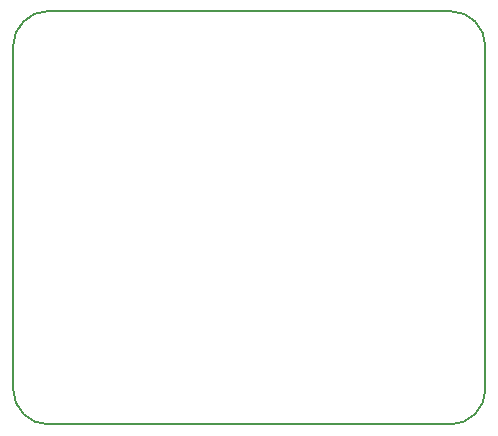
<source format=gm1>
G04 #@! TF.GenerationSoftware,KiCad,Pcbnew,7.0.5-0*
G04 #@! TF.CreationDate,2023-12-30T21:45:13-05:00*
G04 #@! TF.ProjectId,boostlet,626f6f73-746c-4657-942e-6b696361645f,rev?*
G04 #@! TF.SameCoordinates,Original*
G04 #@! TF.FileFunction,Profile,NP*
%FSLAX46Y46*%
G04 Gerber Fmt 4.6, Leading zero omitted, Abs format (unit mm)*
G04 Created by KiCad (PCBNEW 7.0.5-0) date 2023-12-30 21:45:13*
%MOMM*%
%LPD*%
G01*
G04 APERTURE LIST*
G04 #@! TA.AperFunction,Profile*
%ADD10C,0.200000*%
G04 #@! TD*
G04 APERTURE END LIST*
D10*
X106632000Y-79804000D02*
G75*
G03*
X103632000Y-82804000I0J-3000000D01*
G01*
X103632000Y-111804000D02*
G75*
G03*
X106632000Y-114804000I3000000J0D01*
G01*
X140632000Y-79804000D02*
X106632000Y-79804000D01*
X106632000Y-114804000D02*
X140632000Y-114804000D01*
X103632000Y-82804000D02*
X103632000Y-111804000D01*
X143632000Y-111804000D02*
X143632000Y-82804000D01*
X140632000Y-114804000D02*
G75*
G03*
X143632000Y-111804000I0J3000000D01*
G01*
X143632000Y-82804000D02*
G75*
G03*
X140632000Y-79804000I-3000000J0D01*
G01*
M02*

</source>
